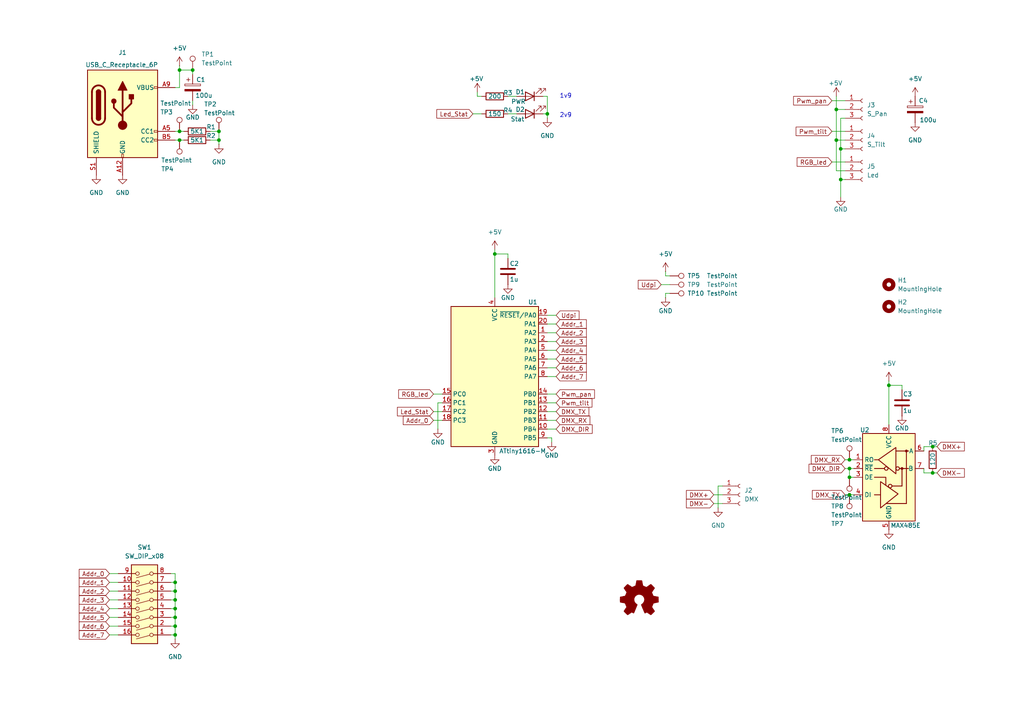
<source format=kicad_sch>
(kicad_sch (version 20231120) (generator "eeschema") (generator_version "8.0")
  (paper "A4")
  (lib_symbols
    (symbol "Connector:Conn_01x03_Socket" (pin_names (offset 1.016) hide)
      (property "Reference" "J" (at 0 5.08 0))
      (property "Value" "Conn_01x03_Socket" (at 0 -5.08 0))
      (symbol "Conn_01x03_Socket_1_1"
        (arc (start 0 -2.032) (mid -0.5058 -2.54) (end 0 -3.048) (stroke (width 0.1524)))
        (polyline (pts (xy -1.27 -2.54) (xy -0.508 -2.54)) (stroke (width 0.1524)))
        (polyline (pts (xy -1.27 0) (xy -0.508 0)) (stroke (width 0.1524)))
        (polyline (pts (xy -1.27 2.54) (xy -0.508 2.54)) (stroke (width 0.1524)))
        (arc (start 0 0.508) (mid -0.5058 0) (end 0 -0.508) (stroke (width 0.1524)))
        (arc (start 0 3.048) (mid -0.5058 2.54) (end 0 2.032) (stroke (width 0.1524)))
        (pin passive line (at -5.08 2.54 0) (length 3.81) (name "Pin_1") (number "1"))
        (pin passive line (at -5.08 0 0) (length 3.81) (name "Pin_2") (number "2"))
        (pin passive line (at -5.08 -2.54 0) (length 3.81) (name "Pin_3") (number "3"))
      )
    )
    (symbol "Connector:TestPoint" (pin_numbers hide) (pin_names (offset 0.762) hide)
      (property "Reference" "TP" (at 0 6.858 0))
      (property "Value" "TestPoint" (at 0 5.08 0))
      (symbol "TestPoint_0_1"
        (circle (center 0 3.302) (radius 0.762))
      )
      (symbol "TestPoint_1_1"
        (pin passive line (at 0 0 90) (length 2.54) (name "1") (number "1"))
      )
    )
    (symbol "Connector:USB_C_Receptacle_PowerOnly_6P" (pin_names (offset 1.016))
      (property "Reference" "J" (at 0 16.51 0))
      (property "Value" "USB_C_Receptacle_PowerOnly_6P" (at 0 13.97 0))
      (symbol "USB_C_Receptacle_PowerOnly_6P_0_0"
        (rectangle (start -0.254 -12.7) (end 0.254 -11.684))
        (rectangle (start 10.16 -7.366) (end 9.144 -7.874))
        (rectangle (start 10.16 -4.826) (end 9.144 -5.334))
        (rectangle (start 10.16 7.874) (end 9.144 7.366))
      )
      (symbol "USB_C_Receptacle_PowerOnly_6P_0_1"
        (rectangle (start -10.16 12.7) (end 10.16 -12.7) (stroke (width 0.254)) (fill (type background)))
        (arc (start -8.89 -1.27) (mid -6.985 -3.1667) (end -5.08 -1.27) (stroke (width 0.508)))
        (arc (start -7.62 -1.27) (mid -6.985 -1.9023) (end -6.35 -1.27) (stroke (width 0.254)))
        (arc (start -7.62 -1.27) (mid -6.985 -1.9023) (end -6.35 -1.27) (stroke (width 0.254)) (fill (type outline)))
        (rectangle (start -7.62 -1.27) (end -6.35 6.35) (stroke (width 0.254)) (fill (type outline)))
        (arc (start -6.35 6.35) (mid -6.985 6.9823) (end -7.62 6.35) (stroke (width 0.254)))
        (arc (start -6.35 6.35) (mid -6.985 6.9823) (end -7.62 6.35) (stroke (width 0.254)) (fill (type outline)))
        (arc (start -5.08 6.35) (mid -6.985 8.2467) (end -8.89 6.35) (stroke (width 0.508)))
        (circle (center -2.54 3.683) (radius 0.635) (stroke (width 0.254)) (fill (type outline)))
        (circle (center 0 -3.302) (radius 1.27) (fill (type outline)))
        (polyline (pts (xy -8.89 -1.27) (xy -8.89 6.35)) (stroke (width 0.508)))
        (polyline (pts (xy -5.08 6.35) (xy -5.08 -1.27)) (stroke (width 0.508)))
        (polyline (pts (xy 0 -3.302) (xy 0 6.858)) (stroke (width 0.508)))
        (polyline (pts (xy 0 -0.762) (xy -2.54 1.778) (xy -2.54 3.048)) (stroke (width 0.508)))
        (polyline (pts (xy 0 0.508) (xy 2.54 3.048) (xy 2.54 4.318)) (stroke (width 0.508)))
        (polyline (pts (xy -1.27 6.858) (xy 0 9.398) (xy 1.27 6.858) (xy -1.27 6.858)) (stroke (width 0.254)) (fill (type outline)))
        (rectangle (start 1.905 4.318) (end 3.175 5.588) (stroke (width 0.254)) (fill (type outline)))
      )
      (symbol "USB_C_Receptacle_PowerOnly_6P_1_1"
        (pin passive line (at 0 -17.78 90) (length 5.08) (name "GND") (number "A12"))
        (pin bidirectional line (at 15.24 -5.08 180) (length 5.08) (name "CC1") (number "A5"))
        (pin passive line (at 15.24 7.62 180) (length 5.08) (name "VBUS") (number "A9"))
        (pin passive line (at 0 -17.78 90) (length 5.08) hide (name "GND") (number "B12"))
        (pin bidirectional line (at 15.24 -7.62 180) (length 5.08) (name "CC2") (number "B5"))
        (pin passive line (at 15.24 7.62 180) (length 5.08) hide (name "VBUS") (number "B9"))
        (pin passive line (at -7.62 -17.78 90) (length 5.08) (name "SHIELD") (number "S1"))
      )
    )
    (symbol "Device:C" (pin_numbers hide) (pin_names (offset 0.254))
      (property "Reference" "C" (at 0.635 2.54 0))
      (property "Value" "C" (at 0.635 -2.54 0))
      (symbol "C_0_1"
        (polyline (pts (xy -2.032 -0.762) (xy 2.032 -0.762)) (stroke (width 0.508)))
        (polyline (pts (xy -2.032 0.762) (xy 2.032 0.762)) (stroke (width 0.508)))
      )
      (symbol "C_1_1"
        (pin passive line (at 0 3.81 270) (length 2.794) (name "~") (number "1"))
        (pin passive line (at 0 -3.81 90) (length 2.794) (name "~") (number "2"))
      )
    )
    (symbol "Device:C_Polarized" (pin_numbers hide) (pin_names (offset 0.254))
      (property "Reference" "C" (at 0.635 2.54 0))
      (property "Value" "C_Polarized" (at 0.635 -2.54 0))
      (symbol "C_Polarized_0_1"
        (rectangle (start -2.286 0.508) (end 2.286 1.016))
        (polyline (pts (xy -1.778 2.286) (xy -0.762 2.286)))
        (polyline (pts (xy -1.27 2.794) (xy -1.27 1.778)))
        (rectangle (start 2.286 -0.508) (end -2.286 -1.016) (fill (type outline)))
      )
      (symbol "C_Polarized_1_1"
        (pin passive line (at 0 3.81 270) (length 2.794) (name "~") (number "1"))
        (pin passive line (at 0 -3.81 90) (length 2.794) (name "~") (number "2"))
      )
    )
    (symbol "Device:LED" (pin_numbers hide) (pin_names (offset 1.016) hide)
      (property "Reference" "D" (at 0 2.54 0))
      (property "Value" "LED" (at 0 -2.54 0))
      (symbol "LED_0_1"
        (polyline (pts (xy -1.27 -1.27) (xy -1.27 1.27)) (stroke (width 0.254)))
        (polyline (pts (xy -1.27 0) (xy 1.27 0)))
        (polyline (pts (xy 1.27 -1.27) (xy 1.27 1.27) (xy -1.27 0) (xy 1.27 -1.27)) (stroke (width 0.254)))
        (polyline (pts (xy -3.048 -0.762) (xy -4.572 -2.286) (xy -3.81 -2.286) (xy -4.572 -2.286) (xy -4.572 -1.524)))
        (polyline (pts (xy -1.778 -0.762) (xy -3.302 -2.286) (xy -2.54 -2.286) (xy -3.302 -2.286) (xy -3.302 -1.524)))
      )
      (symbol "LED_1_1"
        (pin passive line (at -3.81 0 0) (length 2.54) (name "K") (number "1"))
        (pin passive line (at 3.81 0 180) (length 2.54) (name "A") (number "2"))
      )
    )
    (symbol "Device:R" (pin_numbers hide) (pin_names (offset 0))
      (property "Reference" "R" (at 2.032 0 90))
      (property "Value" "R" (at 0 0 90))
      (symbol "R_0_1"
        (rectangle (start -1.016 -2.54) (end 1.016 2.54) (stroke (width 0.254)))
      )
      (symbol "R_1_1"
        (pin passive line (at 0 3.81 270) (length 1.27) (name "~") (number "1"))
        (pin passive line (at 0 -3.81 90) (length 1.27) (name "~") (number "2"))
      )
    )
    (symbol "Graphic:Logo_Open_Hardware_Small" (in_bom no) (on_board no)
      (symbol "Logo_Open_Hardware_Small_0_1"
        (polyline (pts (xy 3.3528 -4.3434) (xy 3.302 -4.318) (xy 3.175 -4.2418) (xy 2.9972 -4.1148) (xy 2.7686 -3.9624) (xy 2.54 -3.81) (xy 2.3622 -3.7084) (xy 2.2352 -3.6068) (xy 2.1844 -3.5814) (xy 2.159 -3.6068) (xy 2.0574 -3.6576) (xy 1.905 -3.7338) (xy 1.8034 -3.7846) (xy 1.6764 -3.8354) (xy 1.6002 -3.8354) (xy 1.6002 -3.8354) (xy 1.5494 -3.7338) (xy 1.4732 -3.5306) (xy 1.3462 -3.302) (xy 1.2446 -3.0226) (xy 1.1176 -2.7178) (xy 0.9652 -2.413) (xy 0.8636 -2.1082) (xy 0.7366 -1.8288) (xy 0.6604 -1.6256) (xy 0.6096 -1.4732) (xy 0.5842 -1.397) (xy 0.5842 -1.397) (xy 0.6604 -1.3208) (xy 0.7874 -1.2446) (xy 1.0414 -1.016) (xy 1.2954 -0.6858) (xy 1.4478 -0.3302) (xy 1.524 0.0762) (xy 1.4732 0.4572) (xy 1.3208 0.8128) (xy 1.0668 1.143) (xy 0.762 1.3716) (xy 0.4064 1.524) (xy 0 1.5748) (xy -0.381 1.5494) (xy -0.7366 1.397) (xy -1.0668 1.143) (xy -1.2192 0.9906) (xy -1.397 0.6604) (xy -1.524 0.3048) (xy -1.524 0.2286) (xy -1.4986 -0.1778) (xy -1.397 -0.5334) (xy -1.1938 -0.8636) (xy -0.9144 -1.143) (xy -0.8636 -1.1684) (xy -0.7366 -1.27) (xy -0.635 -1.3462) (xy -0.5842 -1.397) (xy -1.0668 -2.5908) (xy -1.143 -2.794) (xy -1.2954 -3.1242) (xy -1.397 -3.4036) (xy -1.4986 -3.6322) (xy -1.5748 -3.7846) (xy -1.6002 -3.8354) (xy -1.6002 -3.8354) (xy -1.651 -3.8354) (xy -1.7272 -3.81) (xy -1.905 -3.7338) (xy -2.0066 -3.683) (xy -2.1336 -3.6068) (xy -2.2098 -3.5814) (xy -2.2606 -3.6068) (xy -2.3622 -3.683) (xy -2.54 -3.81) (xy -2.7686 -3.9624) (xy -2.9718 -4.0894) (xy -3.1496 -4.2164) (xy -3.302 -4.318) (xy -3.3528 -4.3434) (xy -3.3782 -4.3434) (xy -3.429 -4.318) (xy -3.5306 -4.2164) (xy -3.7084 -4.064) (xy -3.937 -3.8354) (xy -3.9624 -3.81) (xy -4.1656 -3.6068) (xy -4.318 -3.4544) (xy -4.4196 -3.3274) (xy -4.445 -3.2766) (xy -4.445 -3.2766) (xy -4.4196 -3.2258) (xy -4.318 -3.0734) (xy -4.2164 -2.8956) (xy -4.064 -2.667) (xy -3.6576 -2.0828) (xy -3.8862 -1.5494) (xy -3.937 -1.3716) (xy -4.0386 -1.1684) (xy -4.0894 -1.0414) (xy -4.1148 -0.9652) (xy -4.191 -0.9398) (xy -4.318 -0.9144) (xy -4.5466 -0.8636) (xy -4.8006 -0.8128) (xy -5.0546 -0.7874) (xy -5.2578 -0.7366) (xy -5.4356 -0.7112) (xy -5.5118 -0.6858) (xy -5.5118 -0.6858) (xy -5.5372 -0.635) (xy -5.5372 -0.5588) (xy -5.5372 -0.4318) (xy -5.5626 -0.2286) (xy -5.5626 0.0762) (xy -5.5626 0.127) (xy -5.5372 0.4064) (xy -5.5372 0.635) (xy -5.5372 0.762) (xy -5.5372 0.8382) (xy -5.5372 0.8382) (xy -5.461 0.8382) (xy -5.3086 0.889) (xy -5.08 0.9144) (xy -4.826 0.9652) (xy -4.8006 0.9906) (xy -4.5466 1.0414) (xy -4.318 1.0668) (xy -4.1656 1.1176) (xy -4.0894 1.143) (xy -4.0894 1.143) (xy -4.0386 1.2446) (xy -3.9624 1.4224) (xy -3.8608 1.6256) (xy -3.7846 1.8288) (xy -3.7084 2.0066) (xy -3.6576 2.159) (xy -3.6322 2.2098) (xy -3.6322 2.2098) (xy -3.683 2.286) (xy -3.7592 2.413) (xy -3.8862 2.5908) (xy -4.064 2.8194) (xy -4.064 2.8448) (xy -4.2164 3.0734) (xy -4.3434 3.2512) (xy -4.4196 3.3782) (xy -4.445 3.4544) (xy -4.445 3.4544) (xy -4.3942 3.5052) (xy -4.2926 3.6322) (xy -4.1148 3.81) (xy -3.937 4.0132) (xy -3.8608 4.064) (xy -3.6576 4.2926) (xy -3.5052 4.4196) (xy -3.4036 4.4958) (xy -3.3528 4.5212) (xy -3.3528 4.5212) (xy -3.302 4.4704) (xy -3.1496 4.3688) (xy -2.9718 4.2418) (xy -2.7432 4.0894) (xy -2.7178 4.0894) (xy -2.4892 3.937) (xy -2.3114 3.81) (xy -2.1844 3.7084) (xy -2.1336 3.683) (xy -2.1082 3.683) (xy -2.032 3.7084) (xy -1.8542 3.7592) (xy -1.6764 3.8354) (xy -1.4732 3.937) (xy -1.27 4.0132) (xy -1.143 4.064) (xy -1.0668 4.1148) (xy -1.0668 4.1148) (xy -1.0414 4.191) (xy -1.016 4.3434) (xy -0.9652 4.572) (xy -0.9144 4.8514) (xy -0.889 4.9022) (xy -0.8382 5.1562) (xy -0.8128 5.3848) (xy -0.7874 5.5372) (xy -0.762 5.588) (xy -0.7112 5.6134) (xy -0.5842 5.6134) (xy -0.4064 5.6134) (xy -0.1524 5.6134) (xy 0.0762 5.6134) (xy 0.3302 5.6134) (xy 0.5334 5.6134) (xy 0.6858 5.588) (xy 0.7366 5.588) (xy 0.7366 5.588) (xy 0.762 5.5118) (xy 0.8128 5.334) (xy 0.8382 5.1054) (xy 0.9144 4.826) (xy 0.9144 4.7752) (xy 0.9652 4.5212) (xy 1.016 4.2926) (xy 1.0414 4.1402) (xy 1.0668 4.0894) (xy 1.0668 4.0894) (xy 1.1938 4.0386) (xy 1.3716 3.9624) (xy 1.5748 3.8608) (xy 2.0828 3.6576) (xy 2.7178 4.0894) (xy 2.7686 4.1402) (xy 2.9972 4.2926) (xy 3.175 4.4196) (xy 3.302 4.4958) (xy 3.3782 4.5212) (xy 3.3782 4.5212) (xy 3.429 4.4704) (xy 3.556 4.3434) (xy 3.7338 4.191) (xy 3.9116 3.9878) (xy 4.064 3.8354) (xy 4.2418 3.6576) (xy 4.3434 3.556) (xy 4.4196 3.4798) (xy 4.4196 3.429) (xy 4.4196 3.4036) (xy 4.3942 3.3274) (xy 4.2926 3.2004) (xy 4.1656 2.9972) (xy 4.0132 2.794) (xy 3.8862 2.5908) (xy 3.7592 2.3876) (xy 3.6576 2.2352) (xy 3.6322 2.159) (xy 3.6322 2.1336) (xy 3.683 2.0066) (xy 3.7592 1.8288) (xy 3.8608 1.6002) (xy 4.064 1.1176) (xy 4.3942 1.0414) (xy 4.5974 1.016) (xy 4.8768 0.9652) (xy 5.1308 0.9144) (xy 5.5372 0.8382) (xy 5.5626 -0.6604) (xy 5.4864 -0.6858) (xy 5.4356 -0.6858) (xy 5.2832 -0.7366) (xy 5.0546 -0.762) (xy 4.8006 -0.8128) (xy 4.5974 -0.8636) (xy 4.3688 -0.9144) (xy 4.2164 -0.9398) (xy 4.1402 -0.9398) (xy 4.1148 -0.9652) (xy 4.064 -1.0668) (xy 3.9878 -1.2446) (xy 3.9116 -1.4478) (xy 3.81 -1.651) (xy 3.7338 -1.8542) (xy 3.683 -2.0066) (xy 3.6576 -2.0828) (xy 3.683 -2.1336) (xy 3.7846 -2.2606) (xy 3.8862 -2.4638) (xy 4.0386 -2.667) (xy 4.191 -2.8956) (xy 4.318 -3.0734) (xy 4.3942 -3.2004) (xy 4.445 -3.2766) (xy 4.4196 -3.3274) (xy 4.3434 -3.429) (xy 4.1656 -3.5814) (xy 3.937 -3.8354) (xy 3.8862 -3.8608) (xy 3.683 -4.064) (xy 3.5306 -4.2164) (xy 3.4036 -4.318) (xy 3.3528 -4.3434)) (fill (type outline)))
      )
    )
    (symbol "Interface_UART:MAX485E"
      (property "Reference" "U" (at -6.985 13.97 0))
      (property "Value" "MAX485E" (at 1.905 13.97 0))
      (symbol "MAX485E_0_1"
        (rectangle (start -7.62 12.7) (end 7.62 -12.7) (stroke (width 0.254)) (fill (type background)))
        (polyline (pts (xy -4.191 2.54) (xy -1.27 2.54)) (stroke (width 0.254)))
        (polyline (pts (xy -2.54 -5.08) (xy -4.191 -5.08)) (stroke (width 0.254)))
        (polyline (pts (xy -0.635 -7.62) (xy 5.08 -7.62)) (stroke (width 0.254)))
        (polyline (pts (xy 0.889 -2.54) (xy 3.81 -2.54)) (stroke (width 0.254)))
        (polyline (pts (xy 2.032 7.62) (xy 5.715 7.62)) (stroke (width 0.254)))
        (polyline (pts (xy 3.048 2.54) (xy 5.715 2.54)) (stroke (width 0.254)))
        (polyline (pts (xy 3.81 -2.54) (xy 3.81 2.54)) (stroke (width 0.254)))
        (polyline (pts (xy 5.08 -7.62) (xy 5.08 7.62)) (stroke (width 0.254)))
        (polyline (pts (xy -4.191 0) (xy -0.889 0) (xy -0.889 -2.286)) (stroke (width 0.254)))
        (polyline (pts (xy -3.175 5.08) (xy -4.191 5.08) (xy -4.064 5.08)) (stroke (width 0.254)))
        (polyline (pts (xy -2.413 -5.08) (xy -2.413 -1.27) (xy 2.667 -4.826) (xy -2.413 -8.89) (xy -2.413 -5.08)) (stroke (width 0.254)))
        (circle (center 0.381 -2.54) (radius 0.508) (stroke (width 0.254)))
        (circle (center 3.81 2.54) (radius 0.2794) (stroke (width 0.254)) (fill (type outline)))
      )
      (symbol "MAX485E_1_1"
        (circle (center -0.762 2.54) (radius 0.508) (stroke (width 0.254)))
        (polyline (pts (xy 2.032 4.826) (xy 2.032 8.636) (xy -3.048 5.08) (xy 2.032 1.016) (xy 2.032 4.826)) (stroke (width 0.254)))
        (circle (center 2.54 2.54) (radius 0.508) (stroke (width 0.254)))
        (circle (center 5.08 7.62) (radius 0.2794) (stroke (width 0.254)) (fill (type outline)))
        (pin output line (at -10.16 5.08 0) (length 2.54) (name "RO") (number "1"))
        (pin input line (at -10.16 2.54 0) (length 2.54) (name "~{RE}") (number "2"))
        (pin input line (at -10.16 0 0) (length 2.54) (name "DE") (number "3"))
        (pin input line (at -10.16 -5.08 0) (length 2.54) (name "DI") (number "4"))
        (pin power_in line (at 0 -15.24 90) (length 2.54) (name "GND") (number "5"))
        (pin bidirectional line (at 10.16 7.62 180) (length 2.54) (name "A") (number "6"))
        (pin bidirectional line (at 10.16 2.54 180) (length 2.54) (name "B") (number "7"))
        (pin power_in line (at 0 15.24 270) (length 2.54) (name "VCC") (number "8"))
      )
    )
    (symbol "MCU_Microchip_ATtiny:ATtiny1616-M"
      (property "Reference" "U" (at -12.7 21.59 0))
      (property "Value" "ATtiny1616-M" (at 2.54 -21.59 0))
      (symbol "ATtiny1616-M_0_1"
        (rectangle (start -12.7 -20.32) (end 12.7 20.32) (stroke (width 0.254)) (fill (type background)))
      )
      (symbol "ATtiny1616-M_1_1"
        (pin bidirectional line (at 15.24 12.7 180) (length 2.54) (name "PA2") (number "1"))
        (pin bidirectional line (at 15.24 -15.24 180) (length 2.54) (name "PB4") (number "10"))
        (pin bidirectional line (at 15.24 -12.7 180) (length 2.54) (name "PB3") (number "11"))
        (pin bidirectional line (at 15.24 -10.16 180) (length 2.54) (name "PB2") (number "12"))
        (pin bidirectional line (at 15.24 -7.62 180) (length 2.54) (name "PB1") (number "13"))
        (pin bidirectional line (at 15.24 -5.08 180) (length 2.54) (name "PB0") (number "14"))
        (pin bidirectional line (at -15.24 -5.08 0) (length 2.54) (name "PC0") (number "15"))
        (pin bidirectional line (at -15.24 -7.62 0) (length 2.54) (name "PC1") (number "16"))
        (pin bidirectional line (at -15.24 -10.16 0) (length 2.54) (name "PC2") (number "17"))
        (pin bidirectional line (at -15.24 -12.7 0) (length 2.54) (name "PC3") (number "18"))
        (pin bidirectional line (at 15.24 17.78 180) (length 2.54) (name "~{RESET}/PA0") (number "19"))
        (pin bidirectional line (at 15.24 10.16 180) (length 2.54) (name "PA3") (number "2"))
        (pin bidirectional line (at 15.24 15.24 180) (length 2.54) (name "PA1") (number "20"))
        (pin passive line (at 0 -22.86 90) (length 2.54) hide (name "GND") (number "21"))
        (pin power_in line (at 0 -22.86 90) (length 2.54) (name "GND") (number "3"))
        (pin power_in line (at 0 22.86 270) (length 2.54) (name "VCC") (number "4"))
        (pin bidirectional line (at 15.24 7.62 180) (length 2.54) (name "PA4") (number "5"))
        (pin bidirectional line (at 15.24 5.08 180) (length 2.54) (name "PA5") (number "6"))
        (pin bidirectional line (at 15.24 2.54 180) (length 2.54) (name "PA6") (number "7"))
        (pin bidirectional line (at 15.24 0 180) (length 2.54) (name "PA7") (number "8"))
        (pin bidirectional line (at 15.24 -17.78 180) (length 2.54) (name "PB5") (number "9"))
      )
    )
    (symbol "Mechanical:MountingHole" (pin_names (offset 1.016)) (exclude_from_sim yes) (in_bom no)
      (property "Reference" "H" (at 0 5.08 0))
      (property "Value" "MountingHole" (at 0 3.175 0))
      (symbol "MountingHole_0_1"
        (circle (center 0 0) (radius 1.27) (stroke (width 1.27)))
      )
    )
    (symbol "Switch:SW_DIP_x08" (pin_names (offset 0) hide)
      (property "Reference" "SW" (at 0 13.97 0))
      (property "Value" "SW_DIP_x08" (at 0 -11.43 0))
      (symbol "SW_DIP_x08_0_0"
        (circle (center -2.032 -7.62) (radius 0.508))
        (circle (center -2.032 -5.08) (radius 0.508))
        (circle (center -2.032 -2.54) (radius 0.508))
        (circle (center -2.032 0) (radius 0.508))
        (circle (center -2.032 2.54) (radius 0.508))
        (circle (center -2.032 5.08) (radius 0.508))
        (circle (center -2.032 7.62) (radius 0.508))
        (circle (center -2.032 10.16) (radius 0.508))
        (polyline (pts (xy -1.524 -7.4676) (xy 2.3622 -6.4262)))
        (polyline (pts (xy -1.524 -4.9276) (xy 2.3622 -3.8862)))
        (polyline (pts (xy -1.524 -2.3876) (xy 2.3622 -1.3462)))
        (polyline (pts (xy -1.524 0.127) (xy 2.3622 1.1684)))
        (polyline (pts (xy -1.524 2.667) (xy 2.3622 3.7084)))
        (polyline (pts (xy -1.524 5.207) (xy 2.3622 6.2484)))
        (polyline (pts (xy -1.524 7.747) (xy 2.3622 8.7884)))
        (polyline (pts (xy -1.524 10.287) (xy 2.3622 11.3284)))
        (circle (center 2.032 -7.62) (radius 0.508))
        (circle (center 2.032 -5.08) (radius 0.508))
        (circle (center 2.032 -2.54) (radius 0.508))
        (circle (center 2.032 0) (radius 0.508))
        (circle (center 2.032 2.54) (radius 0.508))
        (circle (center 2.032 5.08) (radius 0.508))
        (circle (center 2.032 7.62) (radius 0.508))
        (circle (center 2.032 10.16) (radius 0.508))
      )
      (symbol "SW_DIP_x08_0_1"
        (rectangle (start -3.81 12.7) (end 3.81 -10.16) (stroke (width 0.254)) (fill (type background)))
      )
      (symbol "SW_DIP_x08_1_1"
        (pin passive line (at -7.62 10.16 0) (length 5.08) (name "~") (number "1"))
        (pin passive line (at 7.62 -5.08 180) (length 5.08) (name "~") (number "10"))
        (pin passive line (at 7.62 -2.54 180) (length 5.08) (name "~") (number "11"))
        (pin passive line (at 7.62 0 180) (length 5.08) (name "~") (number "12"))
        (pin passive line (at 7.62 2.54 180) (length 5.08) (name "~") (number "13"))
        (pin passive line (at 7.62 5.08 180) (length 5.08) (name "~") (number "14"))
        (pin passive line (at 7.62 7.62 180) (length 5.08) (name "~") (number "15"))
        (pin passive line (at 7.62 10.16 180) (length 5.08) (name "~") (number "16"))
        (pin passive line (at -7.62 7.62 0) (length 5.08) (name "~") (number "2"))
        (pin passive line (at -7.62 5.08 0) (length 5.08) (name "~") (number "3"))
        (pin passive line (at -7.62 2.54 0) (length 5.08) (name "~") (number "4"))
        (pin passive line (at -7.62 0 0) (length 5.08) (name "~") (number "5"))
        (pin passive line (at -7.62 -2.54 0) (length 5.08) (name "~") (number "6"))
        (pin passive line (at -7.62 -5.08 0) (length 5.08) (name "~") (number "7"))
        (pin passive line (at -7.62 -7.62 0) (length 5.08) (name "~") (number "8"))
        (pin passive line (at 7.62 -7.62 180) (length 5.08) (name "~") (number "9"))
      )
    )
    (symbol "power:+5V" (power) (pin_numbers hide) (pin_names (offset 0) hide)
      (property "Value" "+5V" (at 0 3.556 0))
      (symbol "+5V_0_1"
        (polyline (pts (xy -0.762 1.27) (xy 0 2.54)))
        (polyline (pts (xy 0 0) (xy 0 2.54)))
        (polyline (pts (xy 0 2.54) (xy 0.762 1.27)))
      )
      (symbol "+5V_1_1"
        (pin power_in line (at 0 0 90) (length 0) (name "~") (number "1"))
      )
    )
    (symbol "power:GND" (power) (pin_numbers hide) (pin_names (offset 0) hide)
      (property "Value" "GND" (at 0 -3.81 0))
      (symbol "GND_0_1"
        (polyline (pts (xy 0 0) (xy 0 -1.27) (xy 1.27 -1.27) (xy 0 -2.54) (xy -1.27 -1.27) (xy 0 -1.27)))
      )
      (symbol "GND_1_1"
        (pin power_in line (at 0 0 270) (length 0) (name "~") (number "1"))
      )
    )
  )
  (junction (at 52.07 20.32))
  (junction (at 246.38 133.35))
  (junction (at 52.07 40.64))
  (junction (at 246.38 135.89))
  (junction (at 243.84 52.07))
  (junction (at 242.57 31.75))
  (junction (at 243.84 43.18))
  (junction (at 270.51 129.54))
  (junction (at 50.8 179.07))
  (junction (at 246.38 138.43))
  (junction (at 143.51 73.66))
  (junction (at 50.8 173.99))
  (junction (at 158.75 33.02))
  (junction (at 257.81 111.76))
  (junction (at 270.51 137.16))
  (junction (at 50.8 184.15))
  (junction (at 242.57 40.64))
  (junction (at 52.07 38.1))
  (junction (at 246.38 143.51))
  (junction (at 55.88 20.32))
  (junction (at 50.8 181.61))
  (junction (at 50.8 168.91))
  (junction (at 50.8 176.53))
  (junction (at 63.5 40.64))
  (junction (at 63.5 38.1))
  (junction (at 50.8 171.45))
  (wire (pts (xy 31.75 176.53) (xy 34.29 176.53)))
  (wire (pts (xy 50.8 184.15) (xy 50.8 185.42)))
  (wire (pts (xy 31.75 171.45) (xy 34.29 171.45)))
  (wire (pts (xy 55.88 29.21) (xy 55.88 30.48)))
  (wire (pts (xy 194.31 80.01) (xy 193.04 80.01)))
  (wire (pts (xy 139.7 27.94) (xy 138.43 27.94)))
  (wire (pts (xy 158.75 121.92) (xy 161.29 121.92)))
  (wire (pts (xy 257.81 110.49) (xy 257.81 111.76)))
  (wire (pts (xy 267.97 137.16) (xy 270.51 137.16)))
  (wire (pts (xy 49.53 166.37) (xy 50.8 166.37)))
  (wire (pts (xy 49.53 173.99) (xy 50.8 173.99)))
  (wire (pts (xy 49.53 168.91) (xy 50.8 168.91)))
  (wire (pts (xy 241.3 29.21) (xy 245.11 29.21)))
  (wire (pts (xy 63.5 38.1) (xy 60.96 38.1)))
  (wire (pts (xy 158.75 27.94) (xy 158.75 33.02)))
  (wire (pts (xy 128.27 121.92) (xy 125.73 121.92)))
  (wire (pts (xy 243.84 43.18) (xy 245.11 43.18)))
  (wire (pts (xy 191.77 82.55) (xy 194.31 82.55)))
  (wire (pts (xy 246.38 138.43) (xy 247.65 138.43)))
  (wire (pts (xy 246.38 135.89) (xy 246.38 138.43)))
  (wire (pts (xy 31.75 168.91) (xy 34.29 168.91)))
  (wire (pts (xy 158.75 93.98) (xy 161.29 93.98)))
  (wire (pts (xy 243.84 52.07) (xy 245.11 52.07)))
  (wire (pts (xy 50.8 38.1) (xy 52.07 38.1)))
  (wire (pts (xy 50.8 171.45) (xy 50.8 173.99)))
  (wire (pts (xy 270.51 129.54) (xy 271.78 129.54)))
  (wire (pts (xy 55.88 21.59) (xy 55.88 20.32)))
  (wire (pts (xy 157.48 33.02) (xy 158.75 33.02)))
  (wire (pts (xy 243.84 34.29) (xy 245.11 34.29)))
  (wire (pts (xy 157.48 27.94) (xy 158.75 27.94)))
  (wire (pts (xy 270.51 137.16) (xy 271.78 137.16)))
  (wire (pts (xy 31.75 184.15) (xy 34.29 184.15)))
  (wire (pts (xy 158.75 106.68) (xy 161.29 106.68)))
  (wire (pts (xy 138.43 27.94) (xy 138.43 26.67)))
  (wire (pts (xy 52.07 38.1) (xy 53.34 38.1)))
  (wire (pts (xy 158.75 116.84) (xy 161.29 116.84)))
  (wire (pts (xy 52.07 40.64) (xy 53.34 40.64)))
  (wire (pts (xy 31.75 166.37) (xy 34.29 166.37)))
  (wire (pts (xy 193.04 80.01) (xy 193.04 78.74)))
  (wire (pts (xy 158.75 127) (xy 160.02 127)))
  (wire (pts (xy 242.57 40.64) (xy 242.57 49.53)))
  (wire (pts (xy 125.73 119.38) (xy 128.27 119.38)))
  (wire (pts (xy 31.75 173.99) (xy 34.29 173.99)))
  (wire (pts (xy 60.96 40.64) (xy 63.5 40.64)))
  (wire (pts (xy 49.53 181.61) (xy 50.8 181.61)))
  (wire (pts (xy 257.81 111.76) (xy 261.62 111.76)))
  (wire (pts (xy 243.84 43.18) (xy 243.84 34.29)))
  (wire (pts (xy 143.51 72.39) (xy 143.51 73.66)))
  (wire (pts (xy 137.16 33.02) (xy 139.7 33.02)))
  (wire (pts (xy 49.53 176.53) (xy 50.8 176.53)))
  (wire (pts (xy 50.8 40.64) (xy 52.07 40.64)))
  (wire (pts (xy 194.31 85.09) (xy 193.04 85.09)))
  (wire (pts (xy 270.51 129.54) (xy 267.97 129.54)))
  (wire (pts (xy 50.8 25.4) (xy 52.07 25.4)))
  (wire (pts (xy 160.02 127) (xy 160.02 128.27)))
  (wire (pts (xy 125.73 114.3) (xy 128.27 114.3)))
  (wire (pts (xy 52.07 20.32) (xy 52.07 19.05)))
  (wire (pts (xy 50.8 173.99) (xy 50.8 176.53)))
  (wire (pts (xy 247.65 135.89) (xy 246.38 135.89)))
  (wire (pts (xy 147.32 74.93) (xy 147.32 73.66)))
  (wire (pts (xy 158.75 124.46) (xy 161.29 124.46)))
  (wire (pts (xy 127 116.84) (xy 127 124.46)))
  (wire (pts (xy 241.3 46.99) (xy 245.11 46.99)))
  (wire (pts (xy 50.8 176.53) (xy 50.8 179.07)))
  (wire (pts (xy 242.57 31.75) (xy 245.11 31.75)))
  (wire (pts (xy 267.97 129.54) (xy 267.97 130.81)))
  (wire (pts (xy 245.11 143.51) (xy 246.38 143.51)))
  (wire (pts (xy 193.04 85.09) (xy 193.04 86.36)))
  (wire (pts (xy 257.81 111.76) (xy 257.81 123.19)))
  (wire (pts (xy 158.75 114.3) (xy 161.29 114.3)))
  (wire (pts (xy 49.53 184.15) (xy 50.8 184.15)))
  (wire (pts (xy 50.8 181.61) (xy 50.8 184.15)))
  (wire (pts (xy 158.75 109.22) (xy 161.29 109.22)))
  (wire (pts (xy 261.62 111.76) (xy 261.62 113.03)))
  (wire (pts (xy 50.8 166.37) (xy 50.8 168.91)))
  (wire (pts (xy 207.01 146.05) (xy 209.55 146.05)))
  (wire (pts (xy 128.27 116.84) (xy 127 116.84)))
  (wire (pts (xy 143.51 73.66) (xy 143.51 86.36)))
  (wire (pts (xy 49.53 179.07) (xy 50.8 179.07)))
  (wire (pts (xy 242.57 49.53) (xy 245.11 49.53)))
  (wire (pts (xy 31.75 179.07) (xy 34.29 179.07)))
  (wire (pts (xy 31.75 181.61) (xy 34.29 181.61)))
  (wire (pts (xy 243.84 52.07) (xy 243.84 43.18)))
  (wire (pts (xy 245.11 135.89) (xy 246.38 135.89)))
  (wire (pts (xy 245.11 133.35) (xy 246.38 133.35)))
  (wire (pts (xy 158.75 91.44) (xy 161.29 91.44)))
  (wire (pts (xy 55.88 20.32) (xy 52.07 20.32)))
  (wire (pts (xy 50.8 179.07) (xy 50.8 181.61)))
  (wire (pts (xy 209.55 140.97) (xy 208.28 140.97)))
  (wire (pts (xy 207.01 143.51) (xy 209.55 143.51)))
  (wire (pts (xy 63.5 41.91) (xy 63.5 40.64)))
  (wire (pts (xy 158.75 99.06) (xy 161.29 99.06)))
  (wire (pts (xy 158.75 33.02) (xy 158.75 34.29)))
  (wire (pts (xy 50.8 168.91) (xy 50.8 171.45)))
  (wire (pts (xy 147.32 27.94) (xy 149.86 27.94)))
  (wire (pts (xy 242.57 40.64) (xy 245.11 40.64)))
  (wire (pts (xy 147.32 73.66) (xy 143.51 73.66)))
  (wire (pts (xy 267.97 135.89) (xy 267.97 137.16)))
  (wire (pts (xy 52.07 25.4) (xy 52.07 20.32)))
  (wire (pts (xy 158.75 119.38) (xy 161.29 119.38)))
  (wire (pts (xy 49.53 171.45) (xy 50.8 171.45)))
  (wire (pts (xy 246.38 133.35) (xy 247.65 133.35)))
  (wire (pts (xy 243.84 57.15) (xy 243.84 52.07)))
  (wire (pts (xy 147.32 33.02) (xy 149.86 33.02)))
  (wire (pts (xy 158.75 101.6) (xy 161.29 101.6)))
  (wire (pts (xy 63.5 40.64) (xy 63.5 38.1)))
  (wire (pts (xy 241.3 38.1) (xy 245.11 38.1)))
  (wire (pts (xy 246.38 143.51) (xy 247.65 143.51)))
  (wire (pts (xy 158.75 104.14) (xy 161.29 104.14)))
  (wire (pts (xy 208.28 140.97) (xy 208.28 147.32)))
  (wire (pts (xy 242.57 31.75) (xy 242.57 40.64)))
  (wire (pts (xy 242.57 27.94) (xy 242.57 31.75)))
  (wire (pts (xy 158.75 96.52) (xy 161.29 96.52)))
  (text "2v9" (at 164.084 33.528 0) (effects (font (size 1.27 1.27))))
  (text "1v9" (at 164.084 27.94 0) (effects (font (size 1.27 1.27))))
  (global_label "DMX-" (shape input) (at 207.01 146.05 180) (property "Intersheetrefs" "${INTERSHEET_REFS}" (effects (hide yes))))
  (global_label "Addr_6" (shape input) (at 31.75 181.61 180) (property "Intersheetrefs" "${INTERSHEET_REFS}" (effects (hide yes))))
  (global_label "Addr_3" (shape input) (at 31.75 173.99 180) (property "Intersheetrefs" "${INTERSHEET_REFS}" (effects (hide yes))))
  (global_label "Pwm_tilt" (shape input) (at 241.3 38.1 180) (property "Intersheetrefs" "${INTERSHEET_REFS}" (effects (hide yes))))
  (global_label "DMX_DIR" (shape input) (at 161.29 124.46 0) (property "Intersheetrefs" "${INTERSHEET_REFS}" (effects (hide yes))))
  (global_label "Addr_3" (shape input) (at 161.29 99.06 0) (property "Intersheetrefs" "${INTERSHEET_REFS}" (effects (hide yes))))
  (global_label "DMX_RX" (shape input) (at 245.11 133.35 180) (property "Intersheetrefs" "${INTERSHEET_REFS}" (effects (hide yes))))
  (global_label "Udpi" (shape input) (at 161.29 91.44 0) (property "Intersheetrefs" "${INTERSHEET_REFS}" (effects (hide yes))))
  (global_label "DMX+" (shape input) (at 271.78 129.54 0) (property "Intersheetrefs" "${INTERSHEET_REFS}" (effects (hide yes))))
  (global_label "DMX-" (shape input) (at 271.78 137.16 0) (property "Intersheetrefs" "${INTERSHEET_REFS}" (effects (hide yes))))
  (global_label "DMX+" (shape input) (at 207.01 143.51 180) (property "Intersheetrefs" "${INTERSHEET_REFS}" (effects (hide yes))))
  (global_label "Addr_2" (shape input) (at 31.75 171.45 180) (property "Intersheetrefs" "${INTERSHEET_REFS}" (effects (hide yes))))
  (global_label "Addr_4" (shape input) (at 31.75 176.53 180) (property "Intersheetrefs" "${INTERSHEET_REFS}" (effects (hide yes))))
  (global_label "Pwm_pan" (shape input) (at 241.3 29.21 180) (property "Intersheetrefs" "${INTERSHEET_REFS}" (effects (hide yes))))
  (global_label "DMX_TX" (shape input) (at 161.29 119.38 0) (property "Intersheetrefs" "${INTERSHEET_REFS}" (effects (hide yes))))
  (global_label "Led_Stat" (shape input) (at 137.16 33.02 180) (property "Intersheetrefs" "${INTERSHEET_REFS}" (effects (hide yes))))
  (global_label "Addr_0" (shape input) (at 125.73 121.92 180) (property "Intersheetrefs" "${INTERSHEET_REFS}" (effects (hide yes))))
  (global_label "Addr_7" (shape input) (at 31.75 184.15 180) (property "Intersheetrefs" "${INTERSHEET_REFS}" (effects (hide yes))))
  (global_label "Addr_0" (shape input) (at 31.75 166.37 180) (property "Intersheetrefs" "${INTERSHEET_REFS}" (effects (hide yes))))
  (global_label "DMX_DIR" (shape input) (at 245.11 135.89 180) (property "Intersheetrefs" "${INTERSHEET_REFS}" (effects (hide yes))))
  (global_label "Addr_6" (shape input) (at 161.29 106.68 0) (property "Intersheetrefs" "${INTERSHEET_REFS}" (effects (hide yes))))
  (global_label "Addr_5" (shape input) (at 161.29 104.14 0) (property "Intersheetrefs" "${INTERSHEET_REFS}" (effects (hide yes))))
  (global_label "Addr_7" (shape input) (at 161.29 109.22 0) (property "Intersheetrefs" "${INTERSHEET_REFS}" (effects (hide yes))))
  (global_label "Addr_1" (shape input) (at 161.29 93.98 0) (property "Intersheetrefs" "${INTERSHEET_REFS}" (effects (hide yes))))
  (global_label "RGB_led" (shape input) (at 241.3 46.99 180) (property "Intersheetrefs" "${INTERSHEET_REFS}" (effects (hide yes))))
  (global_label "Led_Stat" (shape input) (at 125.73 119.38 180) (property "Intersheetrefs" "${INTERSHEET_REFS}" (effects (hide yes))))
  (global_label "Pwm_pan" (shape input) (at 161.29 114.3 0) (property "Intersheetrefs" "${INTERSHEET_REFS}" (effects (hide yes))))
  (global_label "DMX_RX" (shape input) (at 161.29 121.92 0) (property "Intersheetrefs" "${INTERSHEET_REFS}" (effects (hide yes))))
  (global_label "Addr_2" (shape input) (at 161.29 96.52 0) (property "Intersheetrefs" "${INTERSHEET_REFS}" (effects (hide yes))))
  (global_label "Addr_4" (shape input) (at 161.29 101.6 0) (property "Intersheetrefs" "${INTERSHEET_REFS}" (effects (hide yes))))
  (global_label "DMX_TX" (shape input) (at 245.11 143.51 180) (property "Intersheetrefs" "${INTERSHEET_REFS}" (effects (hide yes))))
  (global_label "Pwm_tilt" (shape input) (at 161.29 116.84 0) (property "Intersheetrefs" "${INTERSHEET_REFS}" (effects (hide yes))))
  (global_label "Addr_5" (shape input) (at 31.75 179.07 180) (property "Intersheetrefs" "${INTERSHEET_REFS}" (effects (hide yes))))
  (global_label "RGB_led" (shape input) (at 125.73 114.3 180) (property "Intersheetrefs" "${INTERSHEET_REFS}" (effects (hide yes))))
  (global_label "Udpi" (shape input) (at 191.77 82.55 180) (property "Intersheetrefs" "${INTERSHEET_REFS}" (effects (hide yes))))
  (global_label "Addr_1" (shape input) (at 31.75 168.91 180) (property "Intersheetrefs" "${INTERSHEET_REFS}" (effects (hide yes))))
  (symbol (lib_id "Connector:TestPoint") (at 52.07 38.1 0) (unit 1)
    (property "Reference" "TP3" (at 46.482 32.512 0) (effects (justify left)))
    (property "Value" "TestPoint" (at 46.482 29.972 0) (effects (justify left)))
    (property "Footprint" "TestPoint:TestPoint_Pad_D1.0mm" (effects (hide yes)))
    (property "Description" "test point" (effects (hide yes)))
  )
  (symbol (lib_id "Device:C") (at 147.32 78.74 0) (unit 1)
    (property "Reference" "C2" (at 147.828 76.454 0) (effects (justify left)))
    (property "Value" "1u" (at 147.828 81.026 0) (effects (justify left)))
    (property "Footprint" "Capacitor_SMD:C_0603_1608Metric" (effects (hide yes)))
    (property "Description" "Unpolarized capacitor" (effects (hide yes)))
  )
  (symbol (lib_id "Device:R") (at 57.15 38.1 90) (unit 1)
    (property "Reference" "R1" (at 61.214 36.83 90))
    (property "Value" "5K1" (at 57.15 38.1 90))
    (property "Footprint" "Resistor_SMD:R_0603_1608Metric" (effects (hide yes)))
    (property "Description" "Resistor" (effects (hide yes)))
  )
  (symbol (lib_id "power:GND") (at 143.51 132.08 0) (unit 1)
    (property "Reference" "#PWR12" (effects (hide yes)))
    (property "Value" "GND" (at 143.51 135.89 0))
    (property "Description" "Power symbol creates a global label with name \"GND\" , ground" (effects (hide yes)))
  )
  (symbol (lib_id "power:GND") (at 147.32 82.55 0) (unit 1)
    (property "Reference" "#PWR10" (effects (hide yes)))
    (property "Value" "GND" (at 147.32 86.36 0))
    (property "Description" "Power symbol creates a global label with name \"GND\" , ground" (effects (hide yes)))
  )
  (symbol (lib_id "Connector:TestPoint") (at 52.07 40.64 0) (mirror x) (unit 1)
    (property "Reference" "TP4" (at 46.736 49.022 0) (effects (justify left)))
    (property "Value" "TestPoint" (at 46.736 46.482 0) (effects (justify left)))
    (property "Footprint" "TestPoint:TestPoint_Pad_D1.0mm" (effects (hide yes)))
    (property "Description" "test point" (effects (hide yes)))
  )
  (symbol (lib_id "Mechanical:MountingHole") (at 257.81 88.9 0) (unit 1) (exclude_from_sim yes) (in_bom no)
    (property "Reference" "H2" (at 260.35 87.6299 0) (effects (justify left)))
    (property "Value" "MountingHole" (at 260.35 90.1699 0) (effects (justify left)))
    (property "Footprint" "MountingHole:MountingHole_3.5mm" (effects (hide yes)))
    (property "Description" "Mounting Hole without connection" (effects (hide yes)))
  )
  (symbol (lib_id "Connector:TestPoint") (at 194.31 82.55 270) (unit 1)
    (property "Reference" "TP9" (at 199.39 82.55 90) (effects (justify left)))
    (property "Value" "TestPoint" (at 204.978 82.55 90) (effects (justify left)))
    (property "Footprint" "TestPoint:TestPoint_Pad_D1.5mm" (effects (hide yes)))
    (property "Description" "test point" (effects (hide yes)))
  )
  (symbol (lib_id "Device:LED") (at 153.67 33.02 180) (unit 1)
    (property "Reference" "D2" (at 150.876 31.75 0))
    (property "Value" "Stat" (at 150.114 34.544 0))
    (property "Footprint" "LED_SMD:LED_0805_2012Metric" (effects (hide yes)))
    (property "Description" "Light emitting diode" (effects (hide yes)))
  )
  (symbol (lib_id "power:+5V") (at 52.07 19.05 0) (unit 1)
    (property "Reference" "#PWR4" (effects (hide yes)))
    (property "Value" "+5V" (at 52.07 13.97 0))
    (property "Description" "Power symbol creates a global label with name \"+5V\"" (effects (hide yes)))
  )
  (symbol (lib_id "power:GND") (at 55.88 30.48 0) (unit 1)
    (property "Reference" "#PWR6" (effects (hide yes)))
    (property "Value" "GND" (at 55.88 34.036 0))
    (property "Description" "Power symbol creates a global label with name \"GND\" , ground" (effects (hide yes)))
  )
  (symbol (lib_id "power:GND") (at 243.84 57.15 0) (unit 1)
    (property "Reference" "#PWR19" (effects (hide yes)))
    (property "Value" "GND" (at 243.84 60.706 0))
    (property "Description" "Power symbol creates a global label with name \"GND\" , ground" (effects (hide yes)))
  )
  (symbol (lib_id "Graphic:Logo_Open_Hardware_Small") (at 185.42 173.99 0) (unit 1) (exclude_from_sim yes) (in_bom no)
    (property "Reference" "SYM1" (effects (hide yes)))
    (property "Value" "Logo_Open_Hardware_Small" (effects (hide yes)))
    (property "Footprint" "Symbol:OSHW-Logo2_7.3x6mm_SilkScreen" (effects (hide yes)))
    (property "Description" "Open Hardware logo, small" (effects (hide yes)))
  )
  (symbol (lib_id "power:GND") (at 50.8 185.42 0) (unit 1)
    (property "Reference" "#PWR7" (effects (hide yes)))
    (property "Value" "GND" (at 50.8 190.5 0))
    (property "Description" "Power symbol creates a global label with name \"GND\" , ground" (effects (hide yes)))
  )
  (symbol (lib_id "Mechanical:MountingHole") (at 257.81 82.55 0) (unit 1) (exclude_from_sim yes) (in_bom no)
    (property "Reference" "H1" (at 260.35 81.2799 0) (effects (justify left)))
    (property "Value" "MountingHole" (at 260.35 83.8199 0) (effects (justify left)))
    (property "Footprint" "MountingHole:MountingHole_3.5mm" (effects (hide yes)))
    (property "Description" "Mounting Hole without connection" (effects (hide yes)))
  )
  (symbol (lib_id "Connector:TestPoint") (at 246.38 133.35 0) (unit 1)
    (property "Reference" "TP6" (at 241.046 124.968 0) (effects (justify left)))
    (property "Value" "TestPoint" (at 241.046 127.508 0) (effects (justify left)))
    (property "Footprint" "TestPoint:TestPoint_Pad_D1.0mm" (effects (hide yes)))
    (property "Description" "test point" (effects (hide yes)))
  )
  (symbol (lib_id "Connector:TestPoint") (at 194.31 80.01 270) (unit 1)
    (property "Reference" "TP5" (at 199.39 80.01 90) (effects (justify left)))
    (property "Value" "TestPoint" (at 204.978 80.01 90) (effects (justify left)))
    (property "Footprint" "TestPoint:TestPoint_Pad_D1.5mm" (effects (hide yes)))
    (property "Description" "test point" (effects (hide yes)))
  )
  (symbol (lib_id "power:GND") (at 160.02 128.27 0) (unit 1)
    (property "Reference" "#PWR22" (effects (hide yes)))
    (property "Value" "GND" (at 160.02 132.08 0))
    (property "Description" "Power symbol creates a global label with name \"GND\" , ground" (effects (hide yes)))
  )
  (symbol (lib_id "MCU_Microchip_ATtiny:ATtiny1616-M") (at 143.51 109.22 0) (unit 1)
    (property "Reference" "U1" (at 153.162 87.63 0) (effects (justify left)))
    (property "Value" "ATtiny1616-M" (at 144.78 130.81 0) (effects (justify left)))
    (property "Footprint" "Package_DFN_QFN:VQFN-20-1EP_3x3mm_P0.4mm_EP1.7x1.7mm" (effects (hide yes)))
    (property "Datasheet" "http://ww1.microchip.com/downloads/en/DeviceDoc/ATtiny3216_ATtiny1616-data-sheet-40001997B.pdf" (effects (hide yes)))
    (property "Description" "20MHz, 16kB Flash, 2kB SRAM, 256B EEPROM, VQFN-20" (effects (hide yes)))
  )
  (symbol (lib_id "Device:C_Polarized") (at 55.88 25.4 0) (unit 1)
    (property "Reference" "C1" (at 56.896 23.114 0) (effects (justify left)))
    (property "Value" "100u" (at 56.642 27.686 0) (effects (justify left)))
    (property "Footprint" "Capacitor_SMD:C_0805_2012Metric" (effects (hide yes)))
    (property "Description" "Polarized capacitor" (effects (hide yes)))
  )
  (symbol (lib_id "Connector:TestPoint") (at 55.88 20.32 0) (unit 1)
    (property "Reference" "TP1" (at 58.42 15.7479 0) (effects (justify left)))
    (property "Value" "TestPoint" (at 58.42 18.2879 0) (effects (justify left)))
    (property "Footprint" "TestPoint:TestPoint_Pad_D1.0mm" (effects (hide yes)))
    (property "Description" "test point" (effects (hide yes)))
  )
  (symbol (lib_id "Device:C_Polarized") (at 265.43 31.75 0) (unit 1)
    (property "Reference" "C4" (at 266.446 29.21 0) (effects (justify left)))
    (property "Value" "100u" (at 266.7 34.798 0) (effects (justify left)))
    (property "Footprint" "Capacitor_SMD:C_0805_2012Metric" (effects (hide yes)))
    (property "Description" "Polarized capacitor" (effects (hide yes)))
  )
  (symbol (lib_id "power:+5V") (at 242.57 27.94 0) (unit 1)
    (property "Reference" "#PWR20" (effects (hide yes)))
    (property "Value" "+5V" (at 242.316 24.13 0))
    (property "Description" "Power symbol creates a global label with name \"+5V\"" (effects (hide yes)))
  )
  (symbol (lib_id "Connector:TestPoint") (at 63.5 38.1 0) (unit 1)
    (property "Reference" "TP2" (at 59.182 30.226 0) (effects (justify left)))
    (property "Value" "TestPoint" (at 59.182 32.766 0) (effects (justify left)))
    (property "Footprint" "TestPoint:TestPoint_Pad_D1.0mm" (effects (hide yes)))
    (property "Description" "test point" (effects (hide yes)))
  )
  (symbol (lib_id "power:GND") (at 63.5 41.91 0) (unit 1)
    (property "Reference" "#PWR1" (effects (hide yes)))
    (property "Value" "GND" (at 63.5 46.99 0))
    (property "Description" "Power symbol creates a global label with name \"GND\" , ground" (effects (hide yes)))
  )
  (symbol (lib_id "Connector:TestPoint") (at 246.38 138.43 0) (mirror x) (unit 1)
    (property "Reference" "TP8" (at 241.046 146.812 0) (effects (justify left)))
    (property "Value" "TestPoint" (at 241.046 144.272 0) (effects (justify left)))
    (property "Footprint" "TestPoint:TestPoint_Pad_D1.0mm" (effects (hide yes)))
    (property "Description" "test point" (effects (hide yes)))
  )
  (symbol (lib_id "power:+5V") (at 138.43 26.67 0) (unit 1)
    (property "Reference" "#PWR16" (effects (hide yes)))
    (property "Value" "+5V" (at 138.176 22.86 0))
    (property "Description" "Power symbol creates a global label with name \"+5V\"" (effects (hide yes)))
  )
  (symbol (lib_id "Connector:TestPoint") (at 194.31 85.09 270) (unit 1)
    (property "Reference" "TP10" (at 199.39 85.09 90) (effects (justify left)))
    (property "Value" "TestPoint" (at 204.978 85.09 90) (effects (justify left)))
    (property "Footprint" "TestPoint:TestPoint_Pad_D1.5mm" (effects (hide yes)))
    (property "Description" "test point" (effects (hide yes)))
  )
  (symbol (lib_id "Device:C") (at 261.62 116.84 0) (unit 1)
    (property "Reference" "C3" (at 261.874 114.3 0) (effects (justify left)))
    (property "Value" "1u" (at 261.874 119.126 0) (effects (justify left)))
    (property "Footprint" "Capacitor_SMD:C_0603_1608Metric" (effects (hide yes)))
    (property "Description" "Unpolarized capacitor" (effects (hide yes)))
  )
  (symbol (lib_id "power:+5V") (at 143.51 72.39 0) (unit 1)
    (property "Reference" "#PWR11" (effects (hide yes)))
    (property "Value" "+5V" (at 143.51 67.31 0))
    (property "Description" "Power symbol creates a global label with name \"+5V\"" (effects (hide yes)))
  )
  (symbol (lib_id "power:GND") (at 208.28 147.32 0) (unit 1)
    (property "Reference" "#PWR5" (effects (hide yes)))
    (property "Value" "GND" (at 208.28 152.4 0))
    (property "Description" "Power symbol creates a global label with name \"GND\" , ground" (effects (hide yes)))
  )
  (symbol (lib_id "Device:R") (at 143.51 27.94 90) (unit 1)
    (property "Reference" "R3" (at 147.32 26.924 90))
    (property "Value" "200" (at 143.51 27.94 90))
    (property "Footprint" "Resistor_SMD:R_0603_1608Metric" (effects (hide yes)))
    (property "Description" "Resistor" (effects (hide yes)))
  )
  (symbol (lib_id "Device:R") (at 143.51 33.02 90) (unit 1)
    (property "Reference" "R4" (at 147.32 32.004 90))
    (property "Value" "150" (at 143.51 33.02 90))
    (property "Footprint" "Resistor_SMD:R_0603_1608Metric" (effects (hide yes)))
    (property "Description" "Resistor" (effects (hide yes)))
  )
  (symbol (lib_id "power:GND") (at 257.81 153.67 0) (unit 1)
    (property "Reference" "#PWR14" (effects (hide yes)))
    (property "Value" "GND" (at 257.81 158.75 0))
    (property "Description" "Power symbol creates a global label with name \"GND\" , ground" (effects (hide yes)))
  )
  (symbol (lib_id "Connector:USB_C_Receptacle_PowerOnly_6P") (at 35.56 33.02 0) (unit 1)
    (property "Reference" "J1" (at 35.56 15.24 0))
    (property "Value" "USB_C_Receptacle_6P" (at 35.306 18.796 0))
    (property "Footprint" "Connector_USB:USB_C_Receptacle_HRO_TYPE-C-31-M-17" (effects (hide yes)))
    (property "Datasheet" "https://www.usb.org/sites/default/files/documents/usb_type-c.zip" (effects (hide yes)))
    (property "Description" "USB Power-Only 6P Type-C Receptacle connector" (effects (hide yes)))
  )
  (symbol (lib_id "Interface_UART:MAX485E") (at 257.81 138.43 0) (unit 1)
    (property "Reference" "U2" (at 249.428 124.714 0) (effects (justify left)))
    (property "Value" "MAX485E" (at 258.318 152.4 0) (effects (justify left)))
    (property "Footprint" "Package_SO:SOIC-8_3.9x4.9mm_P1.27mm" (effects (hide yes)))
    (property "Datasheet" "https://datasheets.maximintegrated.com/en/ds/MAX1487E-MAX491E.pdf" (effects (hide yes)))
    (property "Description" "Half duplex RS-485/RS-422, 2.5 Mbps, ±15kV electro-static discharge (ESD) protection, no slew-rate, no low-power shutdown, with receiver/driver enable, 32 receiver drive capability, DIP-8 and SOIC-8" (effects (hide yes)))
  )
  (symbol (lib_id "power:GND") (at 35.56 50.8 0) (unit 1)
    (property "Reference" "#PWR2" (effects (hide yes)))
    (property "Value" "GND" (at 35.56 55.88 0))
    (property "Description" "Power symbol creates a global label with name \"GND\" , ground" (effects (hide yes)))
  )
  (symbol (lib_id "Connector:Conn_01x03_Socket") (at 250.19 49.53 0) (unit 1) (in_bom no)
    (property "Reference" "J5" (at 251.46 48.2599 0) (effects (justify left)))
    (property "Value" "Led" (at 251.46 50.7999 0) (effects (justify left)))
    (property "Footprint" "Connector_PinHeader_1.27mm:PinHeader_1x03_P1.27mm_Vertical" (effects (hide yes)))
    (property "Description" "Generic connector, single row, 01x03, script generated" (effects (hide yes)))
  )
  (symbol (lib_id "power:+5V") (at 193.04 78.74 0) (unit 1)
    (property "Reference" "#PWR18" (effects (hide yes)))
    (property "Value" "+5V" (at 193.04 73.66 0))
    (property "Description" "Power symbol creates a global label with name \"+5V\"" (effects (hide yes)))
  )
  (symbol (lib_id "Connector:Conn_01x03_Socket") (at 214.63 143.51 0) (unit 1) (in_bom no)
    (property "Reference" "J2" (at 215.9 142.2399 0) (effects (justify left)))
    (property "Value" "DMX" (at 215.9 144.7799 0) (effects (justify left)))
    (property "Footprint" "Connector_PinHeader_1.27mm:PinHeader_1x03_P1.27mm_Vertical" (effects (hide yes)))
    (property "Description" "Generic connector, single row, 01x03, script generated" (effects (hide yes)))
  )
  (symbol (lib_id "Connector:Conn_01x03_Socket") (at 250.19 40.64 0) (unit 1) (in_bom no)
    (property "Reference" "J4" (at 251.46 39.3699 0) (effects (justify left)))
    (property "Value" "S_Tilt" (at 251.46 41.9099 0) (effects (justify left)))
    (property "Footprint" "Connector_PinHeader_1.27mm:PinHeader_1x03_P1.27mm_Vertical" (effects (hide yes)))
    (property "Description" "Generic connector, single row, 01x03, script generated" (effects (hide yes)))
  )
  (symbol (lib_id "Device:R") (at 57.15 40.64 90) (unit 1)
    (property "Reference" "R2" (at 61.214 39.37 90))
    (property "Value" "5K1" (at 57.15 40.64 90))
    (property "Footprint" "Resistor_SMD:R_0603_1608Metric" (effects (hide yes)))
    (property "Description" "Resistor" (effects (hide yes)))
  )
  (symbol (lib_id "Connector:TestPoint") (at 246.38 143.51 0) (mirror x) (unit 1)
    (property "Reference" "TP7" (at 241.046 151.892 0) (effects (justify left)))
    (property "Value" "TestPoint" (at 241.046 149.352 0) (effects (justify left)))
    (property "Footprint" "TestPoint:TestPoint_Pad_D1.0mm" (effects (hide yes)))
    (property "Description" "test point" (effects (hide yes)))
  )
  (symbol (lib_id "power:GND") (at 127 124.46 0) (unit 1)
    (property "Reference" "#PWR21" (effects (hide yes)))
    (property "Value" "GND" (at 127 128.27 0))
    (property "Description" "Power symbol creates a global label with name \"GND\" , ground" (effects (hide yes)))
  )
  (symbol (lib_id "power:GND") (at 27.94 50.8 0) (unit 1)
    (property "Reference" "#PWR3" (effects (hide yes)))
    (property "Value" "GND" (at 27.94 55.88 0))
    (property "Description" "Power symbol creates a global label with name \"GND\" , ground" (effects (hide yes)))
  )
  (symbol (lib_id "Connector:Conn_01x03_Socket") (at 250.19 31.75 0) (unit 1) (in_bom no)
    (property "Reference" "J3" (at 251.46 30.4799 0) (effects (justify left)))
    (property "Value" "S_Pan" (at 251.46 33.0199 0) (effects (justify left)))
    (property "Footprint" "Connector_PinHeader_1.27mm:PinHeader_1x03_P1.27mm_Vertical" (effects (hide yes)))
    (property "Description" "Generic connector, single row, 01x03, script generated" (effects (hide yes)))
  )
  (symbol (lib_id "power:+5V") (at 257.81 110.49 0) (unit 1)
    (property "Reference" "#PWR13" (effects (hide yes)))
    (property "Value" "+5V" (at 257.81 105.41 0))
    (property "Description" "Power symbol creates a global label with name \"+5V\"" (effects (hide yes)))
  )
  (symbol (lib_id "power:GND") (at 261.62 120.65 0) (unit 1)
    (property "Reference" "#PWR15" (effects (hide yes)))
    (property "Value" "GND" (at 261.62 124.206 0))
    (property "Description" "Power symbol creates a global label with name \"GND\" , ground" (effects (hide yes)))
  )
  (symbol (lib_id "power:GND") (at 265.43 35.56 0) (unit 1)
    (property "Reference" "#PWR8" (effects (hide yes)))
    (property "Value" "GND" (at 265.43 40.64 0))
    (property "Description" "Power symbol creates a global label with name \"GND\" , ground" (effects (hide yes)))
  )
  (symbol (lib_id "Device:LED") (at 153.67 27.94 180) (unit 1)
    (property "Reference" "D1" (at 150.876 26.67 0))
    (property "Value" "PWR" (at 150.368 29.464 0))
    (property "Footprint" "LED_SMD:LED_0805_2012Metric" (effects (hide yes)))
    (property "Description" "Light emitting diode" (effects (hide yes)))
  )
  (symbol (lib_id "power:GND") (at 158.75 34.29 0) (unit 1)
    (property "Reference" "#PWR17" (effects (hide yes)))
    (property "Value" "GND" (at 158.75 39.37 0))
    (property "Description" "Power symbol creates a global label with name \"GND\" , ground" (effects (hide yes)))
  )
  (symbol (lib_id "Switch:SW_DIP_x08") (at 41.91 173.99 180) (unit 1)
    (property "Reference" "SW1" (at 41.91 158.75 0))
    (property "Value" "SW_DIP_x08" (at 41.91 161.29 0))
    (property "Footprint" "Package_SO:SOIC-16W_5.3x10.2mm_P1.27mm" (effects (hide yes)))
    (property "Description" "8x DIP Switch, Single Pole Single Throw (SPST) switch, small symbol" (effects (hide yes)))
  )
  (symbol (lib_id "power:+5V") (at 265.43 27.94 0) (unit 1)
    (property "Reference" "#PWR9" (effects (hide yes)))
    (property "Value" "+5V" (at 265.43 22.86 0))
    (property "Description" "Power symbol creates a global label with name \"+5V\"" (effects (hide yes)))
  )
  (symbol (lib_id "Device:R") (at 270.51 133.35 0) (unit 1)
    (property "Reference" "R5" (at 269.24 128.524 0) (effects (justify left)))
    (property "Value" "120" (at 270.51 135.128 90) (effects (justify left)))
    (property "Footprint" "Resistor_SMD:R_0603_1608Metric" (effects (hide yes)))
    (property "Description" "Resistor" (effects (hide yes)))
  )
  (symbol (lib_id "power:GND") (at 193.04 86.36 0) (unit 1)
    (property "Reference" "#PWR23" (effects (hide yes)))
    (property "Value" "GND" (at 193.04 90.17 0))
    (property "Description" "Power symbol creates a global label with name \"GND\" , ground" (effects (hide yes)))
  )
)
</source>
